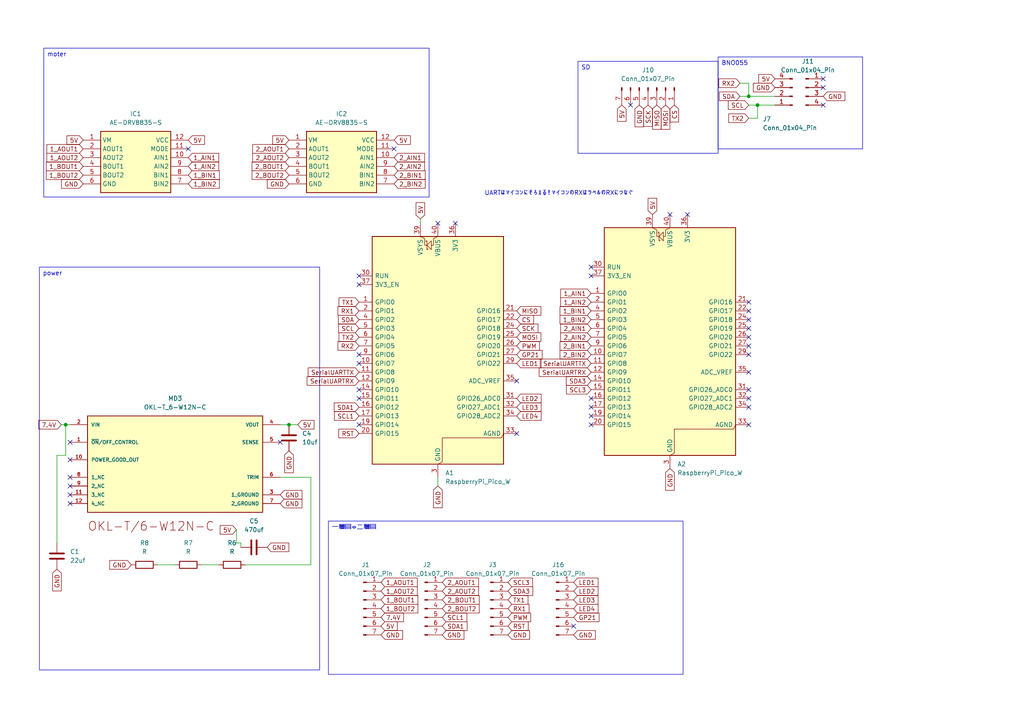
<source format=kicad_sch>
(kicad_sch (version 20250114) (generator "eeschema") (generator_version "9.0")
  (paper "A4")
  (lib_symbols
    (symbol "AE-DRV8835-S:AE-DRV8835-S"
      (property "Reference" "IC" (at 26.67 7.62 0))
      (property "Value" "AE-DRV8835-S" (at 26.67 5.08 0))
      (symbol "AE-DRV8835-S_1_1"
        (rectangle (start 5.08 2.54) (end 25.4 -15.24) (stroke (width 0.254)) (fill (type background)))
        (pin passive line (at 0 0 0) (length 5.08) (name "VM") (number "1"))
        (pin passive line (at 0 -2.54 0) (length 5.08) (name "AOUT1") (number "2"))
        (pin passive line (at 0 -5.08 0) (length 5.08) (name "AOUT2") (number "3"))
        (pin passive line (at 0 -7.62 0) (length 5.08) (name "BOUT1") (number "4"))
        (pin passive line (at 0 -10.16 0) (length 5.08) (name "BOUT2") (number "5"))
        (pin passive line (at 0 -12.7 0) (length 5.08) (name "GND") (number "6"))
        (pin passive line (at 30.48 0 180) (length 5.08) (name "VCC") (number "12"))
        (pin passive line (at 30.48 -2.54 180) (length 5.08) (name "MODE") (number "11"))
        (pin passive line (at 30.48 -5.08 180) (length 5.08) (name "AIN1") (number "10"))
        (pin passive line (at 30.48 -7.62 180) (length 5.08) (name "AIN2") (number "9"))
        (pin passive line (at 30.48 -10.16 180) (length 5.08) (name "BIN1") (number "8"))
        (pin passive line (at 30.48 -12.7 180) (length 5.08) (name "BIN2") (number "7"))
      )
    )
    (symbol "Connector:Conn_01x04_Pin" (pin_names (offset 1.016) (hide yes))
      (property "Reference" "J" (at 0 5.08 0))
      (property "Value" "Conn_01x04_Pin" (at 0 -7.62 0))
      (symbol "Conn_01x04_Pin_1_1"
        (rectangle (start 0.8636 2.667) (end 0 2.413) (stroke (width 0.1524)) (fill (type outline)))
        (rectangle (start 0.8636 0.127) (end 0 -0.127) (stroke (width 0.1524)) (fill (type outline)))
        (rectangle (start 0.8636 -2.413) (end 0 -2.667) (stroke (width 0.1524)) (fill (type outline)))
        (rectangle (start 0.8636 -4.953) (end 0 -5.207) (stroke (width 0.1524)) (fill (type outline)))
        (polyline (pts (xy 1.27 2.54) (xy 0.8636 2.54)) (stroke (width 0.1524)))
        (polyline (pts (xy 1.27 0) (xy 0.8636 0)) (stroke (width 0.1524)))
        (polyline (pts (xy 1.27 -2.54) (xy 0.8636 -2.54)) (stroke (width 0.1524)))
        (polyline (pts (xy 1.27 -5.08) (xy 0.8636 -5.08)) (stroke (width 0.1524)))
        (pin passive line (at 5.08 2.54 180) (length 3.81) (name "Pin_1") (number "1"))
        (pin passive line (at 5.08 0 180) (length 3.81) (name "Pin_2") (number "2"))
        (pin passive line (at 5.08 -2.54 180) (length 3.81) (name "Pin_3") (number "3"))
        (pin passive line (at 5.08 -5.08 180) (length 3.81) (name "Pin_4") (number "4"))
      )
    )
    (symbol "Connector:Conn_01x07_Pin" (pin_names (offset 1.016) (hide yes))
      (property "Reference" "J" (at 0 10.16 0))
      (property "Value" "Conn_01x07_Pin" (at 0 -10.16 0))
      (symbol "Conn_01x07_Pin_1_1"
        (rectangle (start 0.8636 7.747) (end 0 7.493) (stroke (width 0.1524)) (fill (type outline)))
        (rectangle (start 0.8636 5.207) (end 0 4.953) (stroke (width 0.1524)) (fill (type outline)))
        (rectangle (start 0.8636 2.667) (end 0 2.413) (stroke (width 0.1524)) (fill (type outline)))
        (rectangle (start 0.8636 0.127) (end 0 -0.127) (stroke (width 0.1524)) (fill (type outline)))
        (rectangle (start 0.8636 -2.413) (end 0 -2.667) (stroke (width 0.1524)) (fill (type outline)))
        (rectangle (start 0.8636 -4.953) (end 0 -5.207) (stroke (width 0.1524)) (fill (type outline)))
        (rectangle (start 0.8636 -7.493) (end 0 -7.747) (stroke (width 0.1524)) (fill (type outline)))
        (polyline (pts (xy 1.27 7.62) (xy 0.8636 7.62)) (stroke (width 0.1524)))
        (polyline (pts (xy 1.27 5.08) (xy 0.8636 5.08)) (stroke (width 0.1524)))
        (polyline (pts (xy 1.27 2.54) (xy 0.8636 2.54)) (stroke (width 0.1524)))
        (polyline (pts (xy 1.27 0) (xy 0.8636 0)) (stroke (width 0.1524)))
        (polyline (pts (xy 1.27 -2.54) (xy 0.8636 -2.54)) (stroke (width 0.1524)))
        (polyline (pts (xy 1.27 -5.08) (xy 0.8636 -5.08)) (stroke (width 0.1524)))
        (polyline (pts (xy 1.27 -7.62) (xy 0.8636 -7.62)) (stroke (width 0.1524)))
        (pin passive line (at 5.08 7.62 180) (length 3.81) (name "Pin_1") (number "1"))
        (pin passive line (at 5.08 5.08 180) (length 3.81) (name "Pin_2") (number "2"))
        (pin passive line (at 5.08 2.54 180) (length 3.81) (name "Pin_3") (number "3"))
        (pin passive line (at 5.08 0 180) (length 3.81) (name "Pin_4") (number "4"))
        (pin passive line (at 5.08 -2.54 180) (length 3.81) (name "Pin_5") (number "5"))
        (pin passive line (at 5.08 -5.08 180) (length 3.81) (name "Pin_6") (number "6"))
        (pin passive line (at 5.08 -7.62 180) (length 3.81) (name "Pin_7") (number "7"))
      )
    )
    (symbol "Device:C" (pin_numbers (hide yes)) (pin_names (offset 0.254))
      (property "Reference" "C" (at 0.635 2.54 0))
      (property "Value" "C" (at 0.635 -2.54 0))
      (symbol "C_0_1"
        (polyline (pts (xy -2.032 0.762) (xy 2.032 0.762)) (stroke (width 0.508)))
        (polyline (pts (xy -2.032 -0.762) (xy 2.032 -0.762)) (stroke (width 0.508)))
      )
      (symbol "C_1_1"
        (pin passive line (at 0 3.81 270) (length 2.794) (name "~") (number "1"))
        (pin passive line (at 0 -3.81 90) (length 2.794) (name "~") (number "2"))
      )
    )
    (symbol "Device:R" (pin_numbers (hide yes)) (pin_names (offset 0))
      (property "Reference" "R" (at 2.032 0 90))
      (property "Value" "R" (at 0 0 90))
      (symbol "R_0_1"
        (rectangle (start -1.016 -2.54) (end 1.016 2.54) (stroke (width 0.254)))
      )
      (symbol "R_1_1"
        (pin passive line (at 0 3.81 270) (length 1.27) (name "~") (number "1"))
        (pin passive line (at 0 -3.81 90) (length 1.27) (name "~") (number "2"))
      )
    )
    (symbol "MCU_Module:RaspberryPi_Pico_W" (pin_names (offset 0.762))
      (property "Reference" "A" (at -19.05 35.56 0))
      (property "Value" "RaspberryPi_Pico_W" (at 7.62 35.56 0))
      (symbol "RaspberryPi_Pico_W_0_1"
        (rectangle (start -19.05 34.29) (end 19.05 -31.75) (stroke (width 0.254)) (fill (type background)))
        (polyline (pts (xy -5.08 34.29) (xy -3.81 33.655) (xy -3.81 31.75) (xy -3.175 31.75)))
        (polyline (pts (xy -3.429 32.766) (xy -3.429 33.02) (xy -3.175 33.02) (xy -3.175 30.48) (xy -2.921 30.48) (xy -2.921 30.734)))
        (polyline (pts (xy -3.175 31.75) (xy -1.905 33.02) (xy -1.905 30.48) (xy -3.175 31.75)))
        (polyline (pts (xy 0 34.29) (xy -1.27 33.655) (xy -1.27 31.75) (xy -1.905 31.75)))
        (polyline (pts (xy 0 -31.75) (xy 1.27 -31.115) (xy 1.27 -24.13) (xy 18.415 -24.13) (xy 19.05 -22.86)))
      )
      (symbol "RaspberryPi_Pico_W_1_1"
        (pin passive line (at -22.86 22.86 0) (length 3.81) (name "RUN") (number "30"))
        (pin passive line (at -22.86 20.32 0) (length 3.81) (name "3V3_EN") (number "37"))
        (pin bidirectional line (at -22.86 15.24 0) (length 3.81) (name "GPIO0") (number "1"))
        (pin bidirectional line (at -22.86 12.7 0) (length 3.81) (name "GPIO1") (number "2"))
        (pin bidirectional line (at -22.86 10.16 0) (length 3.81) (name "GPIO2") (number "4"))
        (pin bidirectional line (at -22.86 7.62 0) (length 3.81) (name "GPIO3") (number "5"))
        (pin bidirectional line (at -22.86 5.08 0) (length 3.81) (name "GPIO4") (number "6"))
        (pin bidirectional line (at -22.86 2.54 0) (length 3.81) (name "GPIO5") (number "7"))
        (pin bidirectional line (at -22.86 0 0) (length 3.81) (name "GPIO6") (number "9"))
        (pin bidirectional line (at -22.86 -2.54 0) (length 3.81) (name "GPIO7") (number "10"))
        (pin bidirectional line (at -22.86 -5.08 0) (length 3.81) (name "GPIO8") (number "11"))
        (pin bidirectional line (at -22.86 -7.62 0) (length 3.81) (name "GPIO9") (number "12"))
        (pin bidirectional line (at -22.86 -10.16 0) (length 3.81) (name "GPIO10") (number "14"))
        (pin bidirectional line (at -22.86 -12.7 0) (length 3.81) (name "GPIO11") (number "15"))
        (pin bidirectional line (at -22.86 -15.24 0) (length 3.81) (name "GPIO12") (number "16"))
        (pin bidirectional line (at -22.86 -17.78 0) (length 3.81) (name "GPIO13") (number "17"))
        (pin bidirectional line (at -22.86 -20.32 0) (length 3.81) (name "GPIO14") (number "19"))
        (pin bidirectional line (at -22.86 -22.86 0) (length 3.81) (name "GPIO15") (number "20"))
        (pin power_in line (at -5.08 38.1 270) (length 3.81) (name "VSYS") (number "39"))
        (pin power_out line (at 0 38.1 270) (length 3.81) (name "VBUS") (number "40"))
        (pin passive line (at 0 -35.56 90) (length 3.81) (hide yes) (name "GND") (number "13"))
        (pin passive line (at 0 -35.56 90) (length 3.81) (hide yes) (name "GND") (number "18"))
        (pin passive line (at 0 -35.56 90) (length 3.81) (hide yes) (name "GND") (number "23"))
        (pin passive line (at 0 -35.56 90) (length 3.81) (hide yes) (name "GND") (number "28"))
        (pin power_out line (at 0 -35.56 90) (length 3.81) (name "GND") (number "3"))
        (pin passive line (at 0 -35.56 90) (length 3.81) (hide yes) (name "GND") (number "38"))
        (pin passive line (at 0 -35.56 90) (length 3.81) (hide yes) (name "GND") (number "8"))
        (pin power_out line (at 5.08 38.1 270) (length 3.81) (name "3V3") (number "36"))
        (pin bidirectional line (at 22.86 12.7 180) (length 3.81) (name "GPIO16") (number "21"))
        (pin bidirectional line (at 22.86 10.16 180) (length 3.81) (name "GPIO17") (number "22"))
        (pin bidirectional line (at 22.86 7.62 180) (length 3.81) (name "GPIO18") (number "24"))
        (pin bidirectional line (at 22.86 5.08 180) (length 3.81) (name "GPIO19") (number "25"))
        (pin bidirectional line (at 22.86 2.54 180) (length 3.81) (name "GPIO20") (number "26"))
        (pin bidirectional line (at 22.86 0 180) (length 3.81) (name "GPIO21") (number "27"))
        (pin bidirectional line (at 22.86 -2.54 180) (length 3.81) (name "GPIO22") (number "29"))
        (pin power_in line (at 22.86 -7.62 180) (length 3.81) (name "ADC_VREF") (number "35"))
        (pin bidirectional line (at 22.86 -12.7 180) (length 3.81) (name "GPIO26_ADC0") (number "31"))
        (pin bidirectional line (at 22.86 -15.24 180) (length 3.81) (name "GPIO27_ADC1") (number "32"))
        (pin bidirectional line (at 22.86 -17.78 180) (length 3.81) (name "GPIO28_ADC2") (number "34"))
        (pin power_out line (at 22.86 -22.86 180) (length 3.81) (name "AGND") (number "33"))
      )
    )
    (symbol "OKL-T_6-W12N-C_1" (pin_names (offset 1.016))
      (property "Reference" "MD" (at 2.54 -2.54 0))
      (property "Value" "OKL-T_6-W12N-C" (at 0 0 0))
      (symbol "OKL-T_6-W12N-C_1_0_0"
        (rectangle (start 2.54 -33.02) (end 53.34 -5.08) (stroke (width 0.254)) (fill (type background)))
        (text "OKL-T/6-W12N-C" (at 2.54 -35.56 0) (effects (font (size 2.54 2.54)) (justify left top)))
        (pin bidirectional line (at -2.54 -7.62 0) (length 5.08) (name "VIN") (number "2"))
        (pin bidirectional line (at -2.54 -12.7 0) (length 5.08) (name "~{ON}/OFF_CONTROL") (number "1"))
        (pin open_collector line (at -2.54 -17.78 0) (length 5.08) (name "POWER_GOOD_OUT") (number "10"))
        (pin passive line (at -2.54 -22.86 0) (length 5.08) (name "1_NC") (number "8"))
        (pin passive line (at -2.54 -25.4 0) (length 5.08) (name "2_NC") (number "9"))
        (pin passive line (at -2.54 -27.94 0) (length 5.08) (name "3_NC") (number "11"))
        (pin passive line (at -2.54 -30.48 0) (length 5.08) (name "4_NC") (number "12"))
        (pin bidirectional line (at 58.42 -7.62 180) (length 5.08) (name "VOUT") (number "4"))
        (pin passive line (at 58.42 -12.7 180) (length 5.08) (name "SENSE") (number "5"))
        (pin passive line (at 58.42 -22.86 180) (length 5.08) (name "TRIM") (number "6"))
        (pin power_in line (at 58.42 -27.94 180) (length 5.08) (name "1_GROUND") (number "3"))
        (pin power_in line (at 58.42 -30.48 180) (length 5.08) (name "2_GROUND") (number "7"))
      )
    )
  )
  (text "UARTはマイコンにそろえる！マイコンのRXはラベルのRXにつなぐ\n" (at 162.052 56.134 0) (effects (font (size 1.27 1.27))))
  (text_box "moter\n" (at 12.7 13.97 0) (size 111.76 43.18) (margins 0.9525 0.9525 0.9525 0.9525) (effects (font (size 1.27 1.27)) (justify left top)))
  (text_box "power" (at 11.43 77.47 0) (size 81.28 116.84) (margins 0.9525 0.9525 0.9525 0.9525) (effects (font (size 1.27 1.27)) (justify left top)))
  (text_box "SD\n" (at 167.64 17.78 0) (size 40.64 26.67) (margins 0.9525 0.9525 0.9525 0.9525) (effects (font (size 1.27 1.27)) (justify left top)))
  (text_box "BNO055\n" (at 208.28 16.51 0) (size 41.91 26.67) (margins 0.9525 0.9525 0.9525 0.9525) (effects (font (size 1.27 1.27)) (justify left top)))
  (text_box "一層目⇔二層目" (at 95.25 151.13 0) (size 102.87 44.45) (margins 0.9525 0.9525 0.9525 0.9525) (effects (font (size 1.27 1.27)) (justify left top)))
  (junction (at 219.71 30.48))
  (junction (at 217.17 27.94))
  (junction (at 19.05 123.19))
  (junction (at 83.82 123.19))
  (no_connect (at 171.45 118.11))
  (no_connect (at 217.17 118.11))
  (no_connect (at 238.76 30.48))
  (no_connect (at 114.3 43.18))
  (no_connect (at 217.17 115.57))
  (no_connect (at 104.14 123.19))
  (no_connect (at 104.14 105.41))
  (no_connect (at 104.14 102.87))
  (no_connect (at 217.17 123.19))
  (no_connect (at 217.17 102.87))
  (no_connect (at 20.32 133.35))
  (no_connect (at 194.31 62.23))
  (no_connect (at 217.17 107.95))
  (no_connect (at 171.45 115.57))
  (no_connect (at 217.17 87.63))
  (no_connect (at 217.17 97.79))
  (no_connect (at 20.32 146.05))
  (no_connect (at 54.61 43.18))
  (no_connect (at 238.76 25.4))
  (no_connect (at 104.14 115.57))
  (no_connect (at 20.32 143.51))
  (no_connect (at 238.76 22.86))
  (no_connect (at 217.17 113.03))
  (no_connect (at 81.28 128.27))
  (no_connect (at 127 64.77))
  (no_connect (at 171.45 120.65))
  (no_connect (at 217.17 90.17))
  (no_connect (at 104.14 113.03))
  (no_connect (at 171.45 77.47))
  (no_connect (at 132.08 64.77))
  (no_connect (at 166.37 181.61))
  (no_connect (at 104.14 82.55))
  (no_connect (at 199.39 62.23))
  (no_connect (at 217.17 100.33))
  (no_connect (at 171.45 123.19))
  (no_connect (at 20.32 138.43))
  (no_connect (at 149.86 110.49))
  (no_connect (at 217.17 95.25))
  (no_connect (at 20.32 128.27))
  (no_connect (at 171.45 80.01))
  (no_connect (at 182.88 30.48))
  (no_connect (at 20.32 140.97))
  (no_connect (at 149.86 125.73))
  (no_connect (at 104.14 80.01))
  (no_connect (at 217.17 92.71))
  (wire (pts (xy 217.17 27.94) (xy 217.17 24.13)))
  (wire (pts (xy 219.71 34.29) (xy 217.17 34.29)))
  (wire (pts (xy 83.82 123.19) (xy 81.28 123.19)))
  (wire (pts (xy 45.72 163.83) (xy 50.8 163.83)))
  (wire (pts (xy 68.58 157.48) (xy 68.58 153.67)))
  (wire (pts (xy 90.17 163.83) (xy 71.12 163.83)))
  (wire (pts (xy 16.51 132.08) (xy 16.51 157.48)))
  (wire (pts (xy 19.05 123.19) (xy 19.05 132.08)))
  (wire (pts (xy 58.42 163.83) (xy 63.5 163.83)))
  (wire (pts (xy 81.28 138.43) (xy 90.17 138.43)))
  (wire (pts (xy 121.92 64.77) (xy 121.92 63.5)))
  (wire (pts (xy 17.78 123.19) (xy 19.05 123.19)))
  (wire (pts (xy 219.71 30.48) (xy 224.79 30.48)))
  (wire (pts (xy 214.63 24.13) (xy 217.17 24.13)))
  (wire (pts (xy 217.17 30.48) (xy 219.71 30.48)))
  (wire (pts (xy 127 138.43) (xy 127 140.97)))
  (wire (pts (xy 219.71 30.48) (xy 219.71 34.29)))
  (wire (pts (xy 90.17 138.43) (xy 90.17 163.83)))
  (wire (pts (xy 86.36 123.19) (xy 83.82 123.19)))
  (wire (pts (xy 217.17 27.94) (xy 224.79 27.94)))
  (wire (pts (xy 69.85 158.75) (xy 69.85 157.48)))
  (wire (pts (xy 214.63 27.94) (xy 217.17 27.94)))
  (wire (pts (xy 69.85 157.48) (xy 68.58 157.48)))
  (wire (pts (xy 19.05 123.19) (xy 20.32 123.19)))
  (wire (pts (xy 19.05 132.08) (xy 16.51 132.08)))
  (global_label "5V" (shape input) (at 68.58 153.67 180) (property "Intersheetrefs" "${INTERSHEET_REFS}" (effects (hide yes))))
  (global_label "GND" (shape input) (at 166.37 184.15 0) (property "Intersheetrefs" "${INTERSHEET_REFS}" (effects (hide yes))))
  (global_label "1_AIN1" (shape input) (at 171.45 85.09 180) (property "Intersheetrefs" "${INTERSHEET_REFS}" (effects (hide yes))))
  (global_label "GND" (shape input) (at 194.31 135.89 270) (property "Intersheetrefs" "${INTERSHEET_REFS}" (effects (hide yes))))
  (global_label "GND" (shape input) (at 110.49 184.15 0) (property "Intersheetrefs" "${INTERSHEET_REFS}" (effects (hide yes))))
  (global_label "5V" (shape input) (at 189.23 62.23 90) (property "Intersheetrefs" "${INTERSHEET_REFS}" (effects (hide yes))))
  (global_label "2_AIN1" (shape input) (at 171.45 95.25 180) (property "Intersheetrefs" "${INTERSHEET_REFS}" (effects (hide yes))))
  (global_label "2_AIN2" (shape input) (at 114.3 48.26 0) (property "Intersheetrefs" "${INTERSHEET_REFS}" (effects (hide yes))))
  (global_label "2_BOUT2" (shape input) (at 128.27 176.53 0) (property "Intersheetrefs" "${INTERSHEET_REFS}" (effects (hide yes))))
  (global_label "LED3" (shape input) (at 166.37 173.99 0) (property "Intersheetrefs" "${INTERSHEET_REFS}" (effects (hide yes))))
  (global_label "5V" (shape input) (at 110.49 181.61 0) (property "Intersheetrefs" "${INTERSHEET_REFS}" (effects (hide yes))))
  (global_label "1_BOUT2" (shape input) (at 24.13 50.8 180) (property "Intersheetrefs" "${INTERSHEET_REFS}" (effects (hide yes))))
  (global_label "1_AOUT1" (shape input) (at 24.13 43.18 180) (property "Intersheetrefs" "${INTERSHEET_REFS}" (effects (hide yes))))
  (global_label "MOSI" (shape input) (at 193.04 30.48 270) (property "Intersheetrefs" "${INTERSHEET_REFS}" (effects (hide yes))))
  (global_label "SCK" (shape input) (at 149.86 95.25 0) (property "Intersheetrefs" "${INTERSHEET_REFS}" (effects (hide yes))))
  (global_label "1_BIN2" (shape input) (at 171.45 92.71 180) (property "Intersheetrefs" "${INTERSHEET_REFS}" (effects (hide yes))))
  (global_label "RST" (shape input) (at 104.14 125.73 180) (property "Intersheetrefs" "${INTERSHEET_REFS}" (effects (hide yes))))
  (global_label "1_BIN1" (shape input) (at 171.45 90.17 180) (property "Intersheetrefs" "${INTERSHEET_REFS}" (effects (hide yes))))
  (global_label "MISO" (shape input) (at 149.86 90.17 0) (property "Intersheetrefs" "${INTERSHEET_REFS}" (effects (hide yes))))
  (global_label "TX2" (shape input) (at 217.17 34.29 180) (property "Intersheetrefs" "${INTERSHEET_REFS}" (effects (hide yes))))
  (global_label "GND" (shape input) (at 147.32 184.15 0) (property "Intersheetrefs" "${INTERSHEET_REFS}" (effects (hide yes))))
  (global_label "SDA3" (shape input) (at 147.32 171.45 0) (property "Intersheetrefs" "${INTERSHEET_REFS}" (effects (hide yes))))
  (global_label "1_BIN1" (shape input) (at 54.61 50.8 0) (property "Intersheetrefs" "${INTERSHEET_REFS}" (effects (hide yes))))
  (global_label "GND" (shape input) (at 77.47 158.75 0) (property "Intersheetrefs" "${INTERSHEET_REFS}" (effects (hide yes))))
  (global_label "SDA" (shape input) (at 214.63 27.94 180) (property "Intersheetrefs" "${INTERSHEET_REFS}" (effects (hide yes))))
  (global_label "GND" (shape input) (at 224.79 25.4 180) (property "Intersheetrefs" "${INTERSHEET_REFS}" (effects (hide yes))))
  (global_label "CS" (shape input) (at 149.86 92.71 0) (property "Intersheetrefs" "${INTERSHEET_REFS}" (effects (hide yes))))
  (global_label "SCL" (shape input) (at 104.14 95.25 180) (property "Intersheetrefs" "${INTERSHEET_REFS}" (effects (hide yes))))
  (global_label "LED1" (shape input) (at 166.37 168.91 0) (property "Intersheetrefs" "${INTERSHEET_REFS}" (effects (hide yes))))
  (global_label "RX2" (shape input) (at 104.14 100.33 180) (property "Intersheetrefs" "${INTERSHEET_REFS}" (effects (hide yes))))
  (global_label "1_AOUT1" (shape input) (at 110.49 168.91 0) (property "Intersheetrefs" "${INTERSHEET_REFS}" (effects (hide yes))))
  (global_label "SerialUARTRX" (shape input) (at 171.45 107.95 180) (property "Intersheetrefs" "${INTERSHEET_REFS}" (effects (hide yes))))
  (global_label "GND" (shape input) (at 24.13 53.34 180) (property "Intersheetrefs" "${INTERSHEET_REFS}" (effects (hide yes))))
  (global_label "TX2" (shape input) (at 104.14 97.79 180) (property "Intersheetrefs" "${INTERSHEET_REFS}" (effects (hide yes))))
  (global_label "PWM" (shape input) (at 147.32 179.07 0) (property "Intersheetrefs" "${INTERSHEET_REFS}" (effects (hide yes))))
  (global_label "LED2" (shape input) (at 149.86 115.57 0) (property "Intersheetrefs" "${INTERSHEET_REFS}" (effects (hide yes))))
  (global_label "5V" (shape input) (at 121.92 63.5 90) (property "Intersheetrefs" "${INTERSHEET_REFS}" (effects (hide yes))))
  (global_label "2_AOUT2" (shape input) (at 128.27 171.45 0) (property "Intersheetrefs" "${INTERSHEET_REFS}" (effects (hide yes))))
  (global_label "GND" (shape input) (at 238.76 27.94 0) (property "Intersheetrefs" "${INTERSHEET_REFS}" (effects (hide yes))))
  (global_label "SerialUARTTX" (shape input) (at 104.14 107.95 180) (property "Intersheetrefs" "${INTERSHEET_REFS}" (effects (hide yes))))
  (global_label "GND" (shape input) (at 127 140.97 270) (property "Intersheetrefs" "${INTERSHEET_REFS}" (effects (hide yes))))
  (global_label "LED4" (shape input) (at 166.37 176.53 0) (property "Intersheetrefs" "${INTERSHEET_REFS}" (effects (hide yes))))
  (global_label "1_AIN1" (shape input) (at 54.61 45.72 0) (property "Intersheetrefs" "${INTERSHEET_REFS}" (effects (hide yes))))
  (global_label "LED4" (shape input) (at 149.86 120.65 0) (property "Intersheetrefs" "${INTERSHEET_REFS}" (effects (hide yes))))
  (global_label "MOSI" (shape input) (at 149.86 97.79 0) (property "Intersheetrefs" "${INTERSHEET_REFS}" (effects (hide yes))))
  (global_label "GND" (shape input) (at 81.28 143.51 0) (property "Intersheetrefs" "${INTERSHEET_REFS}" (effects (hide yes))))
  (global_label "GP21" (shape input) (at 166.37 179.07 0) (property "Intersheetrefs" "${INTERSHEET_REFS}" (effects (hide yes))))
  (global_label "1_AOUT2" (shape input) (at 24.13 45.72 180) (property "Intersheetrefs" "${INTERSHEET_REFS}" (effects (hide yes))))
  (global_label "MISO" (shape input) (at 190.5 30.48 270) (property "Intersheetrefs" "${INTERSHEET_REFS}" (effects (hide yes))))
  (global_label "2_BOUT1" (shape input) (at 83.82 48.26 180) (property "Intersheetrefs" "${INTERSHEET_REFS}" (effects (hide yes))))
  (global_label "LED2" (shape input) (at 166.37 171.45 0) (property "Intersheetrefs" "${INTERSHEET_REFS}" (effects (hide yes))))
  (global_label "1_BOUT1" (shape input) (at 24.13 48.26 180) (property "Intersheetrefs" "${INTERSHEET_REFS}" (effects (hide yes))))
  (global_label "SDA1" (shape input) (at 104.14 118.11 180) (property "Intersheetrefs" "${INTERSHEET_REFS}" (effects (hide yes))))
  (global_label "2_BOUT1" (shape input) (at 128.27 173.99 0) (property "Intersheetrefs" "${INTERSHEET_REFS}" (effects (hide yes))))
  (global_label "GND" (shape input) (at 83.82 130.81 270) (property "Intersheetrefs" "${INTERSHEET_REFS}" (effects (hide yes))))
  (global_label "1_BOUT2" (shape input) (at 110.49 176.53 0) (property "Intersheetrefs" "${INTERSHEET_REFS}" (effects (hide yes))))
  (global_label "1_AOUT2" (shape input) (at 110.49 171.45 0) (property "Intersheetrefs" "${INTERSHEET_REFS}" (effects (hide yes))))
  (global_label "2_BIN1" (shape input) (at 171.45 100.33 180) (property "Intersheetrefs" "${INTERSHEET_REFS}" (effects (hide yes))))
  (global_label "7.4V" (shape input) (at 17.78 123.19 180) (property "Intersheetrefs" "${INTERSHEET_REFS}" (effects (hide yes))))
  (global_label "RX2" (shape input) (at 214.63 24.13 180) (property "Intersheetrefs" "${INTERSHEET_REFS}" (effects (hide yes))))
  (global_label "RX1" (shape input) (at 147.32 176.53 0) (property "Intersheetrefs" "${INTERSHEET_REFS}" (effects (hide yes))))
  (global_label "2_AOUT2" (shape input) (at 83.82 45.72 180) (property "Intersheetrefs" "${INTERSHEET_REFS}" (effects (hide yes))))
  (global_label "2_AIN2" (shape input) (at 171.45 97.79 180) (property "Intersheetrefs" "${INTERSHEET_REFS}" (effects (hide yes))))
  (global_label "SCL3" (shape input) (at 147.32 168.91 0) (property "Intersheetrefs" "${INTERSHEET_REFS}" (effects (hide yes))))
  (global_label "SCL" (shape input) (at 217.17 30.48 180) (property "Intersheetrefs" "${INTERSHEET_REFS}" (effects (hide yes))))
  (global_label "2_BIN2" (shape input) (at 114.3 53.34 0) (property "Intersheetrefs" "${INTERSHEET_REFS}" (effects (hide yes))))
  (global_label "SCL1" (shape input) (at 128.27 179.07 0) (property "Intersheetrefs" "${INTERSHEET_REFS}" (effects (hide yes))))
  (global_label "GND" (shape input) (at 81.28 146.05 0) (property "Intersheetrefs" "${INTERSHEET_REFS}" (effects (hide yes))))
  (global_label "SCL1" (shape input) (at 104.14 120.65 180) (property "Intersheetrefs" "${INTERSHEET_REFS}" (effects (hide yes))))
  (global_label "LED3" (shape input) (at 149.86 118.11 0) (property "Intersheetrefs" "${INTERSHEET_REFS}" (effects (hide yes))))
  (global_label "RST" (shape input) (at 147.32 181.61 0) (property "Intersheetrefs" "${INTERSHEET_REFS}" (effects (hide yes))))
  (global_label "CS" (shape input) (at 195.58 30.48 270) (property "Intersheetrefs" "${INTERSHEET_REFS}" (effects (hide yes))))
  (global_label "5V" (shape input) (at 83.82 40.64 180) (property "Intersheetrefs" "${INTERSHEET_REFS}" (effects (hide yes))))
  (global_label "SerialUARTRX" (shape input) (at 104.14 110.49 180) (property "Intersheetrefs" "${INTERSHEET_REFS}" (effects (hide yes))))
  (global_label "5V" (shape input) (at 24.13 40.64 180) (property "Intersheetrefs" "${INTERSHEET_REFS}" (effects (hide yes))))
  (global_label "2_BOUT2" (shape input) (at 83.82 50.8 180) (property "Intersheetrefs" "${INTERSHEET_REFS}" (effects (hide yes))))
  (global_label "GND" (shape input) (at 16.51 165.1 270) (property "Intersheetrefs" "${INTERSHEET_REFS}" (effects (hide yes))))
  (global_label "2_AOUT1" (shape input) (at 83.82 43.18 180) (property "Intersheetrefs" "${INTERSHEET_REFS}" (effects (hide yes))))
  (global_label "SerialUARTTX" (shape input) (at 171.45 105.41 180) (property "Intersheetrefs" "${INTERSHEET_REFS}" (effects (hide yes))))
  (global_label "GP21" (shape input) (at 149.86 102.87 0) (property "Intersheetrefs" "${INTERSHEET_REFS}" (effects (hide yes))))
  (global_label "2_BIN1" (shape input) (at 114.3 50.8 0) (property "Intersheetrefs" "${INTERSHEET_REFS}" (effects (hide yes))))
  (global_label "5V" (shape input) (at 114.3 40.64 0) (property "Intersheetrefs" "${INTERSHEET_REFS}" (effects (hide yes))))
  (global_label "GND" (shape input) (at 128.27 184.15 0) (property "Intersheetrefs" "${INTERSHEET_REFS}" (effects (hide yes))))
  (global_label "1_BOUT1" (shape input) (at 110.49 173.99 0) (property "Intersheetrefs" "${INTERSHEET_REFS}" (effects (hide yes))))
  (global_label "SDA1" (shape input) (at 128.27 181.61 0) (property "Intersheetrefs" "${INTERSHEET_REFS}" (effects (hide yes))))
  (global_label "2_BIN2" (shape input) (at 171.45 102.87 180) (property "Intersheetrefs" "${INTERSHEET_REFS}" (effects (hide yes))))
  (global_label "SDA3" (shape input) (at 171.45 110.49 180) (property "Intersheetrefs" "${INTERSHEET_REFS}" (effects (hide yes))))
  (global_label "5V" (shape input) (at 54.61 40.64 0) (property "Intersheetrefs" "${INTERSHEET_REFS}" (effects (hide yes))))
  (global_label "SDA" (shape input) (at 104.14 92.71 180) (property "Intersheetrefs" "${INTERSHEET_REFS}" (effects (hide yes))))
  (global_label "5V" (shape input) (at 86.36 123.19 0) (property "Intersheetrefs" "${INTERSHEET_REFS}" (effects (hide yes))))
  (global_label "TX1" (shape input) (at 104.14 87.63 180) (property "Intersheetrefs" "${INTERSHEET_REFS}" (effects (hide yes))))
  (global_label "1_BIN2" (shape input) (at 54.61 53.34 0) (property "Intersheetrefs" "${INTERSHEET_REFS}" (effects (hide yes))))
  (global_label "GND" (shape input) (at 38.1 163.83 180) (property "Intersheetrefs" "${INTERSHEET_REFS}" (effects (hide yes))))
  (global_label "SCL3" (shape input) (at 171.45 113.03 180) (property "Intersheetrefs" "${INTERSHEET_REFS}" (effects (hide yes))))
  (global_label "GND" (shape input) (at 83.82 53.34 180) (property "Intersheetrefs" "${INTERSHEET_REFS}" (effects (hide yes))))
  (global_label "2_AIN1" (shape input) (at 114.3 45.72 0) (property "Intersheetrefs" "${INTERSHEET_REFS}" (effects (hide yes))))
  (global_label "SCK" (shape input) (at 187.96 30.48 270) (property "Intersheetrefs" "${INTERSHEET_REFS}" (effects (hide yes))))
  (global_label "TX1" (shape input) (at 147.32 173.99 0) (property "Intersheetrefs" "${INTERSHEET_REFS}" (effects (hide yes))))
  (global_label "5V" (shape input) (at 180.34 30.48 270) (property "Intersheetrefs" "${INTERSHEET_REFS}" (effects (hide yes))))
  (global_label "1_AIN2" (shape input) (at 171.45 87.63 180) (property "Intersheetrefs" "${INTERSHEET_REFS}" (effects (hide yes))))
  (global_label "RX1" (shape input) (at 104.14 90.17 180) (property "Intersheetrefs" "${INTERSHEET_REFS}" (effects (hide yes))))
  (global_label "2_AOUT1" (shape input) (at 128.27 168.91 0) (property "Intersheetrefs" "${INTERSHEET_REFS}" (effects (hide yes))))
  (global_label "PWM" (shape input) (at 149.86 100.33 0) (property "Intersheetrefs" "${INTERSHEET_REFS}" (effects (hide yes))))
  (global_label "GND" (shape input) (at 185.42 30.48 270) (property "Intersheetrefs" "${INTERSHEET_REFS}" (effects (hide yes))))
  (global_label "7.4V" (shape input) (at 110.49 179.07 0) (property "Intersheetrefs" "${INTERSHEET_REFS}" (effects (hide yes))))
  (global_label "LED1" (shape input) (at 149.86 105.41 0) (property "Intersheetrefs" "${INTERSHEET_REFS}" (effects (hide yes))))
  (global_label "5V" (shape input) (at 224.79 22.86 180) (property "Intersheetrefs" "${INTERSHEET_REFS}" (effects (hide yes))))
  (global_label "1_AIN2" (shape input) (at 54.61 48.26 0) (property "Intersheetrefs" "${INTERSHEET_REFS}" (effects (hide yes))))
  (symbol (lib_id "AE-DRV8835-S:AE-DRV8835-S") (at 24.13 40.64 0) (unit 1)
    (property "Reference" "IC1" (at 39.37 33.02 0))
    (property "Value" "AE-DRV8835-S" (at 39.37 35.56 0))
    (property "Footprint" "KiCad_DRV8835:AEDRV8835S" (effects (hide yes)))
    (property "Datasheet" "https://akizukidenshi.com/download/ds/akizuki/AE-DRV8835-S_20210526.pdf" (effects (hide yes)))
    (property "Description" "DUAL LOW VOLTAGE H-BRIDGE IC" (effects (hide yes)))
    (property "Height" "3" (effects (hide yes)))
    (property "Manufacturer_Name" "Akizuki Denshi Tsusho" (effects (hide yes)))
    (property "Manufacturer_Part_Number" "AE-DRV8835-S" (effects (hide yes)))
  )
  (symbol (lib_id "Connector:Conn_01x07_Pin") (at 187.96 25.4 270) (unit 1)
    (property "Reference" "J10" (at 187.96 20.32 90))
    (property "Value" "Conn_01x07_Pin" (at 187.96 22.86 90))
    (property "Footprint" "Connector_PinSocket_2.54mm:PinSocket_1x07_P2.54mm_Vertical" (effects (hide yes)))
    (property "Description" "Generic connector, single row, 01x07, script generated" (effects (hide yes)))
  )
  (symbol (lib_id "Connector:Conn_01x07_Pin") (at 105.41 176.53 0) (unit 1)
    (property "Reference" "J1" (at 106.045 163.83 0))
    (property "Value" "Conn_01x07_Pin" (at 106.045 166.37 0))
    (property "Footprint" "Connector_PinSocket_2.54mm:PinSocket_1x07_P2.54mm_Vertical" (effects (hide yes)))
    (property "Description" "Generic connector, single row, 01x07, script generated" (effects (hide yes)))
  )
  (symbol (lib_id "Device:R") (at 67.31 163.83 90) (unit 1)
    (property "Reference" "R6" (at 67.31 157.48 90))
    (property "Value" "R" (at 67.31 160.02 90))
    (property "Footprint" "Resistor_THT:R_Axial_DIN0207_L6.3mm_D2.5mm_P10.16mm_Horizontal" (effects (hide yes)))
    (property "Description" "Resistor" (effects (hide yes)))
  )
  (symbol (lib_id "AE-DRV8835-S:AE-DRV8835-S") (at 83.82 40.64 0) (unit 1)
    (property "Reference" "IC2" (at 99.06 33.02 0))
    (property "Value" "AE-DRV8835-S" (at 99.06 35.56 0))
    (property "Footprint" "KiCad_DRV8835:AEDRV8835S" (effects (hide yes)))
    (property "Datasheet" "https://akizukidenshi.com/download/ds/akizuki/AE-DRV8835-S_20210526.pdf" (effects (hide yes)))
    (property "Description" "DUAL LOW VOLTAGE H-BRIDGE IC" (effects (hide yes)))
    (property "Height" "3" (effects (hide yes)))
    (property "Manufacturer_Name" "Akizuki Denshi Tsusho" (effects (hide yes)))
    (property "Manufacturer_Part_Number" "AE-DRV8835-S" (effects (hide yes)))
  )
  (symbol (lib_id "Connector:Conn_01x04_Pin") (at 229.87 27.94 180) (unit 1)
    (property "Reference" "J7" (at 221.234 34.544 0) (effects (justify right)))
    (property "Value" "Conn_01x04_Pin" (at 221.234 37.084 0) (effects (justify right)))
    (property "Footprint" "Connector_PinSocket_2.54mm:PinSocket_1x04_P2.54mm_Vertical" (effects (hide yes)))
    (property "Description" "Generic connector, single row, 01x04, script generated" (effects (hide yes)))
  )
  (symbol (lib_id "Device:C") (at 83.82 127 0) (unit 1)
    (property "Reference" "C4" (at 87.63 125.7299 0) (effects (justify left)))
    (property "Value" "10uf" (at 87.63 128.2699 0) (effects (justify left)))
    (property "Footprint" "Capacitor_SMD:C_0603_1608Metric" (effects (hide yes)))
    (property "Description" "Unpolarized capacitor" (effects (hide yes)))
  )
  (symbol (lib_id "Connector:Conn_01x07_Pin") (at 161.29 176.53 0) (unit 1)
    (property "Reference" "J16" (at 161.925 163.83 0))
    (property "Value" "Conn_01x07_Pin" (at 161.925 166.37 0))
    (property "Footprint" "Connector_PinSocket_2.54mm:PinSocket_1x07_P2.54mm_Vertical" (effects (hide yes)))
    (property "Description" "Generic connector, single row, 01x07, script generated" (effects (hide yes)))
  )
  (symbol (lib_id "Device:C") (at 16.51 161.29 0) (unit 1)
    (property "Reference" "C1" (at 20.32 160.0199 0) (effects (justify left)))
    (property "Value" "22uf" (at 20.32 162.5599 0) (effects (justify left)))
    (property "Footprint" "Capacitor_SMD:C_0603_1608Metric" (effects (hide yes)))
    (property "Description" "Unpolarized capacitor" (effects (hide yes)))
  )
  (symbol (lib_id "MCU_Module:RaspberryPi_Pico_W") (at 194.31 100.33 0) (unit 1)
    (property "Reference" "A2" (at 196.4533 134.62 0) (effects (justify left)))
    (property "Value" "RaspberryPi_Pico_W" (at 196.4533 137.16 0) (effects (justify left)))
    (property "Footprint" "Module:RaspberryPi_Pico_W_SMD_HandSolder" (effects (hide yes)))
    (property "Datasheet" "https://datasheets.raspberrypi.com/picow/pico-w-datasheet.pdf" (effects (hide yes)))
    (property "Description" "Versatile and inexpensive wireless microcontroller module powered by RP2040 dual-core Arm Cortex-M0+ processor up to 133 MHz, 264kB SRAM, 2MB QSPI flash, Infineon CYW43439 2.4GHz 802.11n wireless LAN; also supports Raspberry Pi Pico 2 W" (effects (hide yes)))
  )
  (symbol (lib_name "OKL-T_6-W12N-C_1") (lib_id "OKL-T_6-W12N-C:OKL-T_6-W12N-C") (at 22.86 115.57 0) (unit 1)
    (property "Reference" "MD3" (at 50.8 115.57 0))
    (property "Value" "OKL-T_6-W12N-C" (at 50.8 118.11 0))
    (property "Footprint" "kicad_OKL_T_6_W12N_C:MURATA_OKL-T-6-W12N-C_0" (effects (hide yes)))
    (property "MOUSER_DESCRIPTION" "Non-Isolated DC/DC Converters 12Vin .59-5.5Vout 6A 30W Neg Polarity" (effects (hide yes)))
    (property "NUMBER_OF_OUTPUTS" "1" (effects (hide yes)))
    (property "MOUSER_PART_NUMBER" "580-OKL-T/6-W12N-C" (effects (hide yes)))
    (property "MFG_PACKAGE_IDENT_COMPONENT_ID" "4873da16363307f0" (effects (hide yes)))
    (property "AUTOMOTIVE" "No" (effects (hide yes)))
    (property "SWITCHING_TOPOLOGY" "Buck" (effects (hide yes)))
    (property "MFG_PACKAGE_IDENT_DATE" "0" (effects (hide yes)))
    (property "PREFIX" "MD" (effects (hide yes)))
    (property "MAX_SUPPLY_VOLTAGE" "14V" (effects (hide yes)))
    (property "TEMPERATURE_RANGE_LOW" "-40°C" (effects (hide yes)))
    (property "OUTPUT_CURRENT" "6A" (effects (hide yes)))
    (property "OUTPUT_VOLTAGE" "0.591-5.5V" (effects (hide yes)))
    (property "DIGIKEY_DESCRIPTION" "DC DC CONVERTER 0.591-5.5V 30W" (effects (hide yes)))
    (property "CENTROID_NOT_SPECIFIED" "No" (effects (hide yes)))
    (property "DEVICE_CLASS_L1" "Integrated Circuits (ICs)" (effects (hide yes)))
    (property "DEVICE_CLASS_L3" "Voltage Regulators - Switching" (effects (hide yes)))
    (property "DEVICE_CLASS_L2" "Power Management ICs" (effects (hide yes)))
    (property "OUTPUT_TYPE" "AdjustableProgrammable" (effects (hide yes)))
    (property "FOOTPRINT_VARIANT_NAME_0" "Recommended_Land_Pattern" (effects (hide yes)))
    (property "DIGIKEY_PART_NUMBER" "811-2214-1-ND" (effects (hide yes)))
    (property "PACKAGE" "iLGA12" (effects (hide yes)))
    (property "LEAD_FREE" "Yes" (effects (hide yes)))
    (property "HEIGHT" "7.2mm" (effects (hide yes)))
    (property "DATASHEET" "https://www.murata.com/en-us/products/productdetail.aspx?partno=OKL-T/6-W12N-C" (effects (hide yes)))
    (property "VERIFICATION_VERSION" "0.0.0.3" (effects (hide yes)))
    (property "MFG_PACKAGE_IDENT" "OKL-T/6-W12" (effects (hide yes)))
    (property "MF" "Murata" (effects (hide yes)))
    (property "SWITCHING_FREQUENCY" "600kHz" (effects (hide yes)))
    (property "MPN" "OKL-T/6-W12N-C" (effects (hide yes)))
    (property "TEMPERATURE_RANGE_HIGH" "+85°C" (effects (hide yes)))
    (property "NOMINAL_SUPPLY_CURRENT" "20mA" (effects (hide yes)))
    (property "MIN_SUPPLY_VOLTAGE" "4.5V" (effects (hide yes)))
    (property "MFG_PACKAGE_IDENT_REV" "0" (effects (hide yes)))
    (property "ROHS" "Yes" (effects (hide yes)))
  )
  (symbol (lib_id "MCU_Module:RaspberryPi_Pico_W") (at 127 102.87 0) (unit 1)
    (property "Reference" "A1" (at 129.1433 137.16 0) (effects (justify left)))
    (property "Value" "RaspberryPi_Pico_W" (at 129.1433 139.7 0) (effects (justify left)))
    (property "Footprint" "Module:RaspberryPi_Pico_W_SMD_HandSolder" (effects (hide yes)))
    (property "Datasheet" "https://datasheets.raspberrypi.com/picow/pico-w-datasheet.pdf" (effects (hide yes)))
    (property "Description" "Versatile and inexpensive wireless microcontroller module powered by RP2040 dual-core Arm Cortex-M0+ processor up to 133 MHz, 264kB SRAM, 2MB QSPI flash, Infineon CYW43439 2.4GHz 802.11n wireless LAN; also supports Raspberry Pi Pico 2 W" (effects (hide yes)))
  )
  (symbol (lib_id "Device:C") (at 73.66 158.75 90) (unit 1)
    (property "Reference" "C5" (at 73.66 151.13 90))
    (property "Value" "470uf" (at 73.66 153.67 90))
    (property "Footprint" "KiCad_16SEPC470M:CAPPRD500W65D1000H1300" (effects (hide yes)))
    (property "Description" "Unpolarized capacitor" (effects (hide yes)))
  )
  (symbol (lib_id "Connector:Conn_01x07_Pin") (at 123.19 176.53 0) (unit 1)
    (property "Reference" "J2" (at 123.825 163.83 0))
    (property "Value" "Conn_01x07_Pin" (at 123.825 166.37 0))
    (property "Footprint" "Connector_PinSocket_2.54mm:PinSocket_1x07_P2.54mm_Vertical" (effects (hide yes)))
    (property "Description" "Generic connector, single row, 01x07, script generated" (effects (hide yes)))
  )
  (symbol (lib_id "Connector:Conn_01x04_Pin") (at 233.68 25.4 0) (unit 1)
    (property "Reference" "J11" (at 234.315 17.78 0))
    (property "Value" "Conn_01x04_Pin" (at 234.315 20.32 0))
    (property "Footprint" "Connector_PinSocket_2.54mm:PinSocket_1x04_P2.54mm_Vertical" (effects (hide yes)))
    (property "Description" "Generic connector, single row, 01x04, script generated" (effects (hide yes)))
  )
  (symbol (lib_id "Device:R") (at 41.91 163.83 90) (unit 1)
    (property "Reference" "R8" (at 41.91 157.48 90))
    (property "Value" "R" (at 41.91 160.02 90))
    (property "Footprint" "Resistor_THT:R_Axial_DIN0207_L6.3mm_D2.5mm_P10.16mm_Horizontal" (effects (hide yes)))
    (property "Description" "Resistor" (effects (hide yes)))
  )
  (symbol (lib_id "Connector:Conn_01x07_Pin") (at 142.24 176.53 0) (unit 1)
    (property "Reference" "J3" (at 142.875 163.83 0))
    (property "Value" "Conn_01x07_Pin" (at 142.875 166.37 0))
    (property "Footprint" "Connector_PinSocket_2.54mm:PinSocket_1x07_P2.54mm_Vertical" (effects (hide yes)))
    (property "Description" "Generic connector, single row, 01x07, script generated" (effects (hide yes)))
  )
  (symbol (lib_id "Device:R") (at 54.61 163.83 90) (unit 1)
    (property "Reference" "R7" (at 54.61 157.48 90))
    (property "Value" "R" (at 54.61 160.02 90))
    (property "Footprint" "Resistor_THT:R_Axial_DIN0207_L6.3mm_D2.5mm_P10.16mm_Horizontal" (effects (hide yes)))
    (property "Description" "Resistor" (effects (hide yes)))
  )
)
</source>
